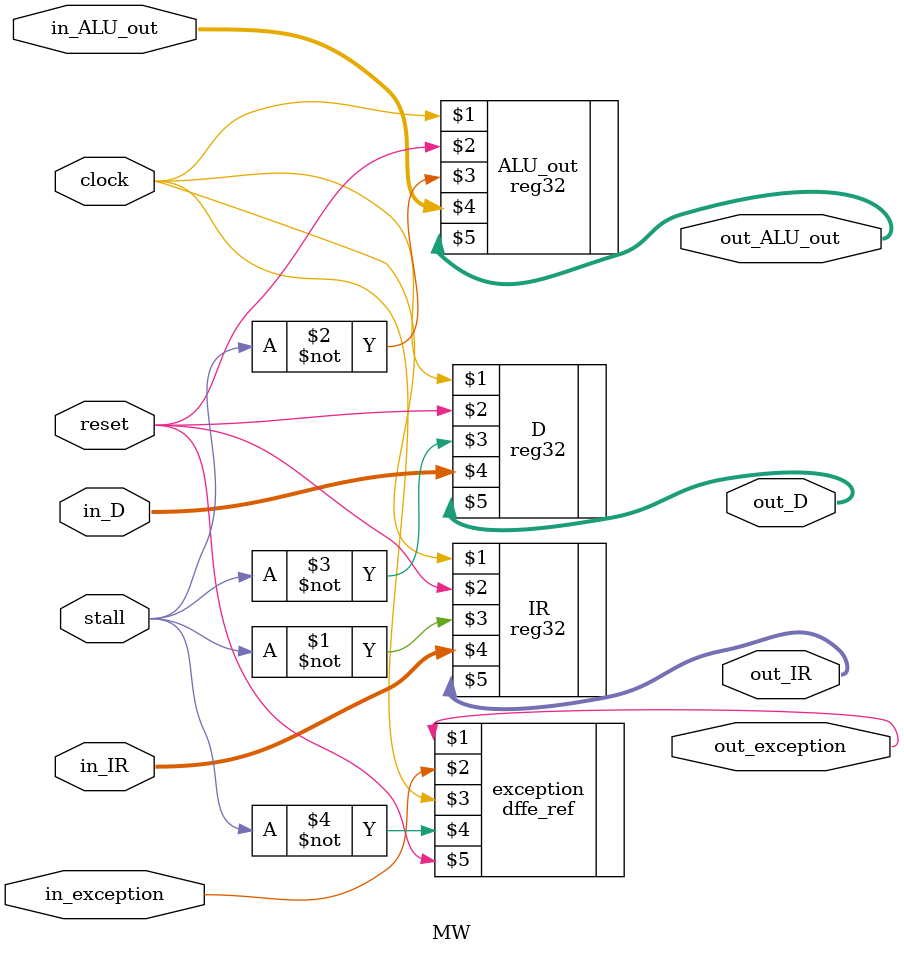
<source format=v>
module MW(
    output [31:0] out_ALU_out, 
    output [31:0] out_D,
    output [31:0] out_IR,
    output out_exception,
    
    input [31:0] in_ALU_out, 
    input [31:0] in_D,
    input [31:0] in_IR,
    input in_exception,

    input clock, 
    input stall, 
    input reset);

    reg32 IR(clock, reset, ~stall, in_IR, out_IR);
    reg32 ALU_out(clock, reset, ~stall, in_ALU_out, out_ALU_out);
    reg32 D(clock, reset, ~stall, in_D, out_D);
    dffe_ref exception(out_exception, in_exception, clock, ~stall, reset);
endmodule

</source>
